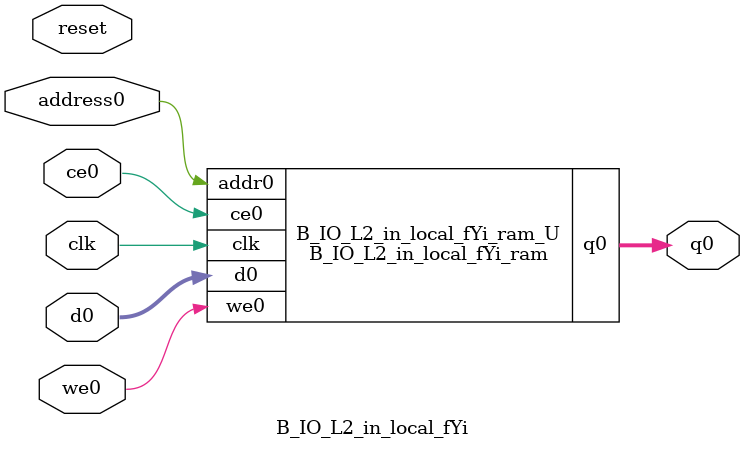
<source format=v>
`timescale 1 ns / 1 ps
module B_IO_L2_in_local_fYi_ram (addr0, ce0, d0, we0, q0,  clk);

parameter DWIDTH = 128;
parameter AWIDTH = 1;
parameter MEM_SIZE = 2;

input[AWIDTH-1:0] addr0;
input ce0;
input[DWIDTH-1:0] d0;
input we0;
output reg[DWIDTH-1:0] q0;
input clk;

(* ram_style = "distributed" *)reg [DWIDTH-1:0] ram[0:MEM_SIZE-1];




always @(posedge clk)  
begin 
    if (ce0) begin
        if (we0) 
            ram[addr0] <= d0; 
        q0 <= ram[addr0];
    end
end


endmodule

`timescale 1 ns / 1 ps
module B_IO_L2_in_local_fYi(
    reset,
    clk,
    address0,
    ce0,
    we0,
    d0,
    q0);

parameter DataWidth = 32'd128;
parameter AddressRange = 32'd2;
parameter AddressWidth = 32'd1;
input reset;
input clk;
input[AddressWidth - 1:0] address0;
input ce0;
input we0;
input[DataWidth - 1:0] d0;
output[DataWidth - 1:0] q0;



B_IO_L2_in_local_fYi_ram B_IO_L2_in_local_fYi_ram_U(
    .clk( clk ),
    .addr0( address0 ),
    .ce0( ce0 ),
    .we0( we0 ),
    .d0( d0 ),
    .q0( q0 ));

endmodule


</source>
